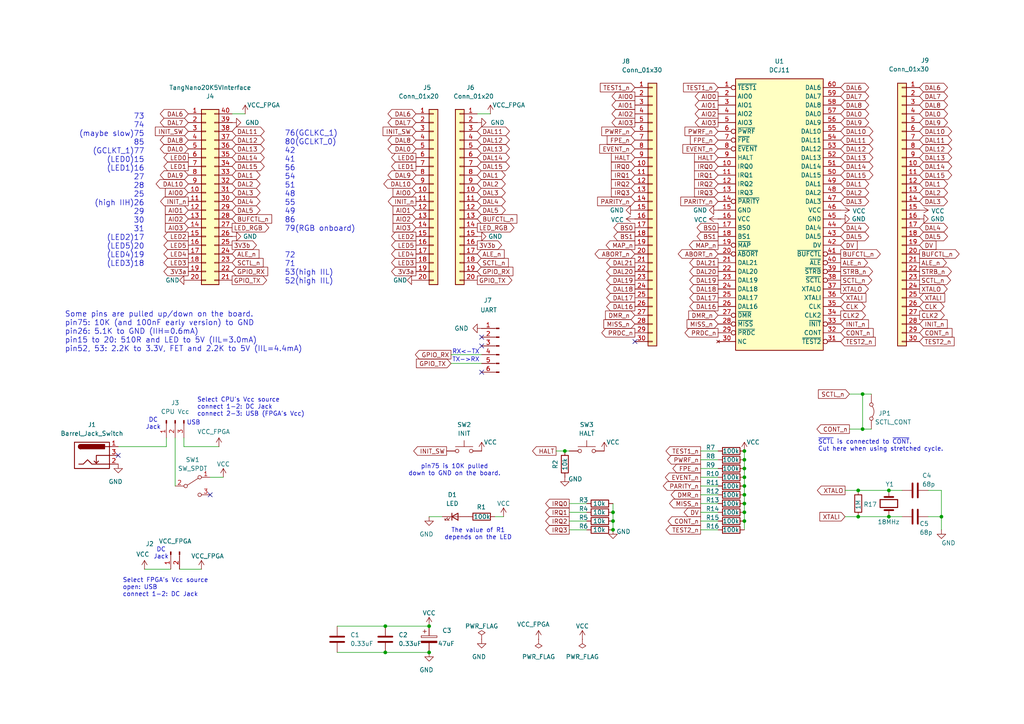
<source format=kicad_sch>
(kicad_sch (version 20231120) (generator "eeschema") (generator_version "8.0")
  (paper "A4")
  (title_block (title "Memory System and UART for DCJ11  using Tang Nano 20K") (date "2024-07-15") (rev "1.1a") (company "Ryo Mukai") (comment 1 "1.1 -> 1.1a: R2-R6 changed from 100k to 10k"))
  (lib_symbols
    (symbol "000_MyLibrary:Barrel_Jack_Switch" (pin_names hide)
      (property "Reference" "J" (at 0 5.334 0))
      (property "Value" "Barrel_Jack_Switch" (at 0 -5.08 0))
      (symbol "Barrel_Jack_Switch_1_1"
        (pin passive line (at 7.62 2.54 180) (length 2.54) (name "~") (number "1"))
        (pin passive line (at 7.62 -2.54 180) (length 2.54) (name "~") (number "2"))
        (pin passive line (at 7.62 0 180) (length 2.54) (name "~") (number "3"))
      )
    )
    (symbol "000_MyLibrary:C" (pin_numbers hide) (pin_names (offset 0.254))
      (property "Reference" "C" (at 0.635 2.54 0))
      (property "Value" "C" (at 0.635 -2.54 0))
      (symbol "C_1_1"
        (pin passive line (at 0 3.81 270) (length 2.794) (name "~") (number "1"))
        (pin passive line (at 0 -3.81 90) (length 2.794) (name "~") (number "2"))
      )
    )
    (symbol "000_MyLibrary:C_Polarized" (pin_numbers hide) (pin_names (offset 0.254))
      (property "Reference" "C" (at 0.635 2.54 0))
      (property "Value" "C_Polarized" (at 0.635 -2.54 0))
      (symbol "C_Polarized_1_1"
        (pin passive line (at 0 3.81 270) (length 2.794) (name "~") (number "1"))
        (pin passive line (at 0 -3.81 90) (length 2.794) (name "~") (number "2"))
      )
    )
    (symbol "000_MyLibrary:Conn_01x02_Male" (pin_names (offset 1.016) hide)
      (property "Reference" "J" (at 0 2.54 0))
      (property "Value" "Conn_01x02_Male" (at 0 -5.08 0))
      (symbol "Conn_01x02_Male_1_1"
        (pin passive line (at 5.08 0 180) (length 3.81) (name "Pin_1") (number "1"))
        (pin passive line (at 5.08 -2.54 180) (length 3.81) (name "Pin_2") (number "2"))
      )
    )
    (symbol "000_MyLibrary:Conn_01x03_Male" (pin_names (offset 1.016) hide)
      (property "Reference" "J" (at 0 5.08 0))
      (property "Value" "Conn_01x03_Male" (at 0 -5.08 0))
      (symbol "Conn_01x03_Male_1_1"
        (pin passive line (at 5.08 2.54 180) (length 3.81) (name "Pin_1") (number "1"))
        (pin passive line (at 5.08 0 180) (length 3.81) (name "Pin_2") (number "2"))
        (pin passive line (at 5.08 -2.54 180) (length 3.81) (name "Pin_3") (number "3"))
      )
    )
    (symbol "000_MyLibrary:Conn_01x06_Pin" (pin_names (offset 1.016) hide)
      (property "Reference" "J" (at 0 7.62 0))
      (property "Value" "Conn_01x06_Pin" (at 0 -10.16 0))
      (symbol "Conn_01x06_Pin_1_1"
        (pin passive line (at 5.08 5.08 180) (length 3.81) (name "Pin_1") (number "1"))
        (pin passive line (at 5.08 2.54 180) (length 3.81) (name "Pin_2") (number "2"))
        (pin passive line (at 5.08 0 180) (length 3.81) (name "Pin_3") (number "3"))
        (pin passive line (at 5.08 -2.54 180) (length 3.81) (name "Pin_4") (number "4"))
        (pin passive line (at 5.08 -5.08 180) (length 3.81) (name "Pin_5") (number "5"))
        (pin passive line (at 5.08 -7.62 180) (length 3.81) (name "Pin_6") (number "6"))
      )
    )
    (symbol "000_MyLibrary:Conn_01x20" (pin_names (offset 1.016) hide)
      (property "Reference" "J" (at 0 25.4 0))
      (property "Value" "Conn_01x20" (at 0 -27.94 0))
      (symbol "Conn_01x20_1_1"
        (pin passive line (at -5.08 22.86 0) (length 3.81) (name "Pin_1") (number "1"))
        (pin passive line (at -5.08 0 0) (length 3.81) (name "Pin_10") (number "10"))
        (pin passive line (at -5.08 -2.54 0) (length 3.81) (name "Pin_11") (number "11"))
        (pin passive line (at -5.08 -5.08 0) (length 3.81) (name "Pin_12") (number "12"))
        (pin passive line (at -5.08 -7.62 0) (length 3.81) (name "Pin_13") (number "13"))
        (pin passive line (at -5.08 -10.16 0) (length 3.81) (name "Pin_14") (number "14"))
        (pin passive line (at -5.08 -12.7 0) (length 3.81) (name "Pin_15") (number "15"))
        (pin passive line (at -5.08 -15.24 0) (length 3.81) (name "Pin_16") (number "16"))
        (pin passive line (at -5.08 -17.78 0) (length 3.81) (name "Pin_17") (number "17"))
        (pin passive line (at -5.08 -20.32 0) (length 3.81) (name "Pin_18") (number "18"))
        (pin passive line (at -5.08 -22.86 0) (length 3.81) (name "Pin_19") (number "19"))
        (pin passive line (at -5.08 20.32 0) (length 3.81) (name "Pin_2") (number "2"))
        (pin passive line (at -5.08 -25.4 0) (length 3.81) (name "Pin_20") (number "20"))
        (pin passive line (at -5.08 17.78 0) (length 3.81) (name "Pin_3") (number "3"))
        (pin passive line (at -5.08 15.24 0) (length 3.81) (name "Pin_4") (number "4"))
        (pin passive line (at -5.08 12.7 0) (length 3.81) (name "Pin_5") (number "5"))
        (pin passive line (at -5.08 10.16 0) (length 3.81) (name "Pin_6") (number "6"))
        (pin passive line (at -5.08 7.62 0) (length 3.81) (name "Pin_7") (number "7"))
        (pin passive line (at -5.08 5.08 0) (length 3.81) (name "Pin_8") (number "8"))
        (pin passive line (at -5.08 2.54 0) (length 3.81) (name "Pin_9") (number "9"))
      )
    )
    (symbol "000_MyLibrary:Conn_01x30" (pin_names (offset 1.016) hide)
      (property "Reference" "J" (at 0 38.1 0))
      (property "Value" "Conn_01x30" (at 0 -40.64 0))
      (symbol "Conn_01x30_1_1"
        (pin passive line (at -5.08 35.56 0) (length 3.81) (name "Pin_1") (number "1"))
        (pin passive line (at -5.08 12.7 0) (length 3.81) (name "Pin_10") (number "10"))
        (pin passive line (at -5.08 10.16 0) (length 3.81) (name "Pin_11") (number "11"))
        (pin passive line (at -5.08 7.62 0) (length 3.81) (name "Pin_12") (number "12"))
        (pin passive line (at -5.08 5.08 0) (length 3.81) (name "Pin_13") (number "13"))
        (pin passive line (at -5.08 2.54 0) (length 3.81) (name "Pin_14") (number "14"))
        (pin passive line (at -5.08 0 0) (length 3.81) (name "Pin_15") (number "15"))
        (pin passive line (at -5.08 -2.54 0) (length 3.81) (name "Pin_16") (number "16"))
        (pin passive line (at -5.08 -5.08 0) (length 3.81) (name "Pin_17") (number "17"))
        (pin passive line (at -5.08 -7.62 0) (length 3.81) (name "Pin_18") (number "18"))
        (pin passive line (at -5.08 -10.16 0) (length 3.81) (name "Pin_19") (number "19"))
        (pin passive line (at -5.08 33.02 0) (length 3.81) (name "Pin_2") (number "2"))
        (pin passive line (at -5.08 -12.7 0) (length 3.81) (name "Pin_20") (number "20"))
        (pin passive line (at -5.08 -15.24 0) (length 3.81) (name "Pin_21") (number "21"))
        (pin passive line (at -5.08 -17.78 0) (length 3.81) (name "Pin_22") (number "22"))
        (pin passive line (at -5.08 -20.32 0) (length 3.81) (name "Pin_23") (number "23"))
        (pin passive line (at -5.08 -22.86 0) (length 3.81) (name "Pin_24") (number "24"))
        (pin passive line (at -5.08 -25.4 0) (length 3.81) (name "Pin_25") (number "25"))
        (pin passive line (at -5.08 -27.94 0) (length 3.81) (name "Pin_26") (number "26"))
        (pin passive line (at -5.08 -30.48 0) (length 3.81) (name "Pin_27") (number "27"))
        (pin passive line (at -5.08 -33.02 0) (length 3.81) (name "Pin_28") (number "28"))
        (pin passive line (at -5.08 -35.56 0) (length 3.81) (name "Pin_29") (number "29"))
        (pin passive line (at -5.08 30.48 0) (length 3.81) (name "Pin_3") (number "3"))
        (pin passive line (at -5.08 -38.1 0) (length 3.81) (name "Pin_30") (number "30"))
        (pin passive line (at -5.08 27.94 0) (length 3.81) (name "Pin_4") (number "4"))
        (pin passive line (at -5.08 25.4 0) (length 3.81) (name "Pin_5") (number "5"))
        (pin passive line (at -5.08 22.86 0) (length 3.81) (name "Pin_6") (number "6"))
        (pin passive line (at -5.08 20.32 0) (length 3.81) (name "Pin_7") (number "7"))
        (pin passive line (at -5.08 17.78 0) (length 3.81) (name "Pin_8") (number "8"))
        (pin passive line (at -5.08 15.24 0) (length 3.81) (name "Pin_9") (number "9"))
      )
    )
    (symbol "000_MyLibrary:Conn_02x20_Counter_Clockwise" (pin_names (offset 1.016) hide)
      (property "Reference" "J" (at 1.27 25.4 0))
      (property "Value" "Conn_02x20_Counter_Clockwise" (at 1.27 -27.94 0))
      (symbol "Conn_02x20_Counter_Clockwise_1_1"
        (pin passive line (at -5.08 22.86 0) (length 3.81) (name "Pin_1") (number "1"))
        (pin passive line (at -5.08 0 0) (length 3.81) (name "Pin_10") (number "10"))
        (pin passive line (at -5.08 -2.54 0) (length 3.81) (name "Pin_11") (number "11"))
        (pin passive line (at -5.08 -5.08 0) (length 3.81) (name "Pin_12") (number "12"))
        (pin passive line (at -5.08 -7.62 0) (length 3.81) (name "Pin_13") (number "13"))
        (pin passive line (at -5.08 -10.16 0) (length 3.81) (name "Pin_14") (number "14"))
        (pin passive line (at -5.08 -12.7 0) (length 3.81) (name "Pin_15") (number "15"))
        (pin passive line (at -5.08 -15.24 0) (length 3.81) (name "Pin_16") (number "16"))
        (pin passive line (at -5.08 -17.78 0) (length 3.81) (name "Pin_17") (number "17"))
        (pin passive line (at -5.08 -20.32 0) (length 3.81) (name "Pin_18") (number "18"))
        (pin passive line (at -5.08 -22.86 0) (length 3.81) (name "Pin_19") (number "19"))
        (pin passive line (at -5.08 20.32 0) (length 3.81) (name "Pin_2") (number "2"))
        (pin passive line (at -5.08 -25.4 0) (length 3.81) (name "Pin_20") (number "20"))
        (pin passive line (at 7.62 -25.4 180) (length 3.81) (name "Pin_21") (number "21"))
        (pin passive line (at 7.62 -22.86 180) (length 3.81) (name "Pin_22") (number "22"))
        (pin passive line (at 7.62 -20.32 180) (length 3.81) (name "Pin_23") (number "23"))
        (pin passive line (at 7.62 -17.78 180) (length 3.81) (name "Pin_24") (number "24"))
        (pin passive line (at 7.62 -15.24 180) (length 3.81) (name "Pin_25") (number "25"))
        (pin passive line (at 7.62 -12.7 180) (length 3.81) (name "Pin_26") (number "26"))
        (pin passive line (at 7.62 -10.16 180) (length 3.81) (name "Pin_27") (number "27"))
        (pin passive line (at 7.62 -7.62 180) (length 3.81) (name "Pin_28") (number "28"))
        (pin passive line (at 7.62 -5.08 180) (length 3.81) (name "Pin_29") (number "29"))
        (pin passive line (at -5.08 17.78 0) (length 3.81) (name "Pin_3") (number "3"))
        (pin passive line (at 7.62 -2.54 180) (length 3.81) (name "Pin_30") (number "30"))
        (pin passive line (at 7.62 0 180) (length 3.81) (name "Pin_31") (number "31"))
        (pin passive line (at 7.62 2.54 180) (length 3.81) (name "Pin_32") (number "32"))
        (pin passive line (at 7.62 5.08 180) (length 3.81) (name "Pin_33") (number "33"))
        (pin passive line (at 7.62 7.62 180) (length 3.81) (name "Pin_34") (number "34"))
        (pin passive line (at 7.62 10.16 180) (length 3.81) (name "Pin_35") (number "35"))
        (pin passive line (at 7.62 12.7 180) (length 3.81) (name "Pin_36") (number "36"))
        (pin passive line (at 7.62 15.24 180) (length 3.81) (name "Pin_37") (number "37"))
        (pin passive line (at 7.62 17.78 180) (length 3.81) (name "Pin_38") (number "38"))
        (pin passive line (at 7.62 20.32 180) (length 3.81) (name "Pin_39") (number "39"))
        (pin passive line (at -5.08 15.24 0) (length 3.81) (name "Pin_4") (number "4"))
        (pin passive line (at 7.62 22.86 180) (length 3.81) (name "Pin_40") (number "40"))
        (pin passive line (at -5.08 12.7 0) (length 3.81) (name "Pin_5") (number "5"))
        (pin passive line (at -5.08 10.16 0) (length 3.81) (name "Pin_6") (number "6"))
        (pin passive line (at -5.08 7.62 0) (length 3.81) (name "Pin_7") (number "7"))
        (pin passive line (at -5.08 5.08 0) (length 3.81) (name "Pin_8") (number "8"))
        (pin passive line (at -5.08 2.54 0) (length 3.81) (name "Pin_9") (number "9"))
      )
    )
    (symbol "000_MyLibrary:Crystal" (pin_numbers hide) (pin_names (offset 1.016) hide)
      (property "Reference" "Y" (at 0 3.81 0))
      (property "Value" "Crystal" (at 0 -3.81 0))
      (symbol "Crystal_1_1"
        (pin passive line (at -3.81 0 0) (length 1.27) (name "1") (number "1"))
        (pin passive line (at 3.81 0 180) (length 1.27) (name "2") (number "2"))
      )
    )
    (symbol "000_MyLibrary:DCJ11"
      (property "Reference" "U" (at -3.302 42.672 0))
      (property "Value" "DCJ11" (at -0.762 40.64 0))
      (symbol "DCJ11_1_1"
        (pin input inverted (at -17.78 35.56 0) (length 5.08) (name "~{TEST1}") (number "1"))
        (pin input line (at -17.78 12.7 0) (length 5.08) (name "IRQ0") (number "10"))
        (pin input line (at -17.78 10.16 0) (length 5.08) (name "IRQ1") (number "11"))
        (pin input line (at -17.78 7.62 0) (length 5.08) (name "IRQ2") (number "12"))
        (pin input line (at -17.78 5.08 0) (length 5.08) (name "IRQ3") (number "13"))
        (pin input inverted (at -17.78 2.54 0) (length 5.08) (name "~{PARITY}") (number "14"))
        (pin power_in line (at -17.78 0 0) (length 5.08) (name "GND") (number "15"))
        (pin power_in line (at -17.78 -2.54 0) (length 5.08) (name "VCC") (number "16"))
        (pin output line (at -17.78 -5.08 0) (length 5.08) (name "BS0") (number "17"))
        (pin output line (at -17.78 -7.62 0) (length 5.08) (name "BS1") (number "18"))
        (pin output inverted (at -17.78 -10.16 0) (length 5.08) (name "~{MAP}") (number "19"))
        (pin bidirectional line (at -17.78 33.02 0) (length 5.08) (name "AIO0") (number "2"))
        (pin bidirectional inverted (at -17.78 -12.7 0) (length 5.08) (name "~{ABORT}") (number "20"))
        (pin output line (at -17.78 -15.24 0) (length 5.08) (name "DAL21") (number "21"))
        (pin output line (at -17.78 -17.78 0) (length 5.08) (name "DAL20") (number "22"))
        (pin output line (at -17.78 -20.32 0) (length 5.08) (name "DAL19") (number "23"))
        (pin output line (at -17.78 -22.86 0) (length 5.08) (name "DAL18") (number "24"))
        (pin output line (at -17.78 -25.4 0) (length 5.08) (name "DAL17") (number "25"))
        (pin output line (at -17.78 -27.94 0) (length 5.08) (name "DAL16") (number "26"))
        (pin input inverted (at -17.78 -30.48 0) (length 5.08) (name "~{DMR}") (number "27"))
        (pin input inverted (at -17.78 -33.02 0) (length 5.08) (name "~{MISS}") (number "28"))
        (pin output inverted (at -17.78 -35.56 0) (length 5.08) (name "~{PRDC}") (number "29"))
        (pin bidirectional line (at -17.78 30.48 0) (length 5.08) (name "AIO1") (number "3"))
        (pin no_connect line (at -17.78 -38.1 0) (length 5.08) (name "NC") (number "30"))
        (pin input inverted (at 17.78 -38.1 180) (length 5.08) (name "~{TEST2}") (number "31"))
        (pin input line (at 17.78 -35.56 180) (length 5.08) (name "CONT") (number "32"))
        (pin input inverted (at 17.78 -33.02 180) (length 5.08) (name "~{INIT}") (number "33"))
        (pin output line (at 17.78 -30.48 180) (length 5.08) (name "CLK2") (number "34"))
        (pin output line (at 17.78 -27.94 180) (length 5.08) (name "CLK") (number "35"))
        (pin input line (at 17.78 -25.4 180) (length 5.08) (name "XTALI") (number "36"))
        (pin output line (at 17.78 -22.86 180) (length 5.08) (name "XTALO") (number "37"))
        (pin output inverted (at 17.78 -20.32 180) (length 5.08) (name "~{SCTL}") (number "38"))
        (pin output inverted (at 17.78 -17.78 180) (length 5.08) (name "~{STRB}") (number "39"))
        (pin bidirectional line (at -17.78 27.94 0) (length 5.08) (name "AIO2") (number "4"))
        (pin output inverted (at 17.78 -15.24 180) (length 5.08) (name "~{ALE}") (number "40"))
        (pin output inverted (at 17.78 -12.7 180) (length 5.08) (name "~{BUFCTL}") (number "41"))
        (pin input line (at 17.78 -10.16 180) (length 5.08) (name "DV") (number "42"))
        (pin bidirectional line (at 17.78 -7.62 180) (length 5.08) (name "DAL5") (number "43"))
        (pin bidirectional line (at 17.78 -5.08 180) (length 5.08) (name "DAL4") (number "44"))
        (pin power_in line (at 17.78 -2.54 180) (length 5.08) (name "GND") (number "45"))
        (pin power_in line (at 17.78 0 180) (length 5.08) (name "VCC") (number "46"))
        (pin bidirectional line (at 17.78 2.54 180) (length 5.08) (name "DAL3") (number "47"))
        (pin bidirectional line (at 17.78 5.08 180) (length 5.08) (name "DAL2") (number "48"))
        (pin bidirectional line (at 17.78 7.62 180) (length 5.08) (name "DAL1") (number "49"))
        (pin bidirectional line (at -17.78 25.4 0) (length 5.08) (name "AIO3") (number "5"))
        (pin bidirectional line (at 17.78 10.16 180) (length 5.08) (name "DAL15") (number "50"))
        (pin bidirectional line (at 17.78 12.7 180) (length 5.08) (name "DAL14") (number "51"))
        (pin bidirectional line (at 17.78 15.24 180) (length 5.08) (name "DAL13") (number "52"))
        (pin bidirectional line (at 17.78 17.78 180) (length 5.08) (name "DAL12") (number "53"))
        (pin bidirectional line (at 17.78 20.32 180) (length 5.08) (name "DAL11") (number "54"))
        (pin bidirectional line (at 17.78 22.86 180) (length 5.08) (name "DAL10") (number "55"))
        (pin bidirectional line (at 17.78 25.4 180) (length 5.08) (name "DAL9") (number "56"))
        (pin bidirectional line (at 17.78 27.94 180) (length 5.08) (name "DAL0") (number "57"))
        (pin bidirectional line (at 17.78 30.48 180) (length 5.08) (name "DAL8") (number "58"))
        (pin bidirectional line (at 17.78 33.02 180) (length 5.08) (name "DAL7") (number "59"))
        (pin input inverted (at -17.78 22.86 0) (length 5.08) (name "~{PWRF}") (number "6"))
        (pin bidirectional line (at 17.78 35.56 180) (length 5.08) (name "DAL6") (number "60"))
        (pin input inverted (at -17.78 20.32 0) (length 5.08) (name "~{FPE}") (number "7"))
        (pin input inverted (at -17.78 17.78 0) (length 5.08) (name "~{EVENT}") (number "8"))
        (pin input line (at -17.78 15.24 0) (length 5.08) (name "HALT") (number "9"))
      )
    )
    (symbol "000_MyLibrary:Jumper_2_Bridged" (pin_numbers hide) (pin_names (offset 0) hide) (exclude_from_sim yes)
      (property "Reference" "JP" (at 0 1.905 0))
      (property "Value" "Jumper_2_Bridged" (at 0 -2.54 0))
      (symbol "Jumper_2_Bridged_1_1"
        (pin passive line (at -5.08 0 0) (length 2.54) (name "A") (number "1"))
        (pin passive line (at 5.08 0 180) (length 2.54) (name "B") (number "2"))
      )
    )
    (symbol "000_MyLibrary:LED" (pin_numbers hide) (pin_names (offset 1.016) hide)
      (property "Reference" "D" (at 0.254 2.54 0))
      (property "Value" "LED" (at 0.254 -2.54 0))
      (symbol "LED_1_1"
        (pin passive line (at -3.81 0 0) (length 2.54) (name "K") (number "1"))
        (pin passive line (at 3.81 0 180) (length 2.54) (name "A") (number "2"))
      )
    )
    (symbol "000_MyLibrary:R" (pin_numbers hide) (pin_names (offset 0))
      (property "Reference" "R" (at 2.032 0 90))
      (property "Value" "R" (at 0 0 90))
      (symbol "R_1_1"
        (pin passive line (at 0 3.81 270) (length 1.27) (name "~") (number "1"))
        (pin passive line (at 0 -3.81 90) (length 1.27) (name "~") (number "2"))
      )
    )
    (symbol "000_MyLibrary:SW_Push" (pin_numbers hide) (pin_names (offset 1.016) hide)
      (property "Reference" "SW" (at 1.27 2.54 0))
      (property "Value" "SW_Push" (at 0 -1.524 0))
      (symbol "SW_Push_0_1"
        (pin passive line (at -5.08 0 0) (length 2.54) (name "1") (number "1"))
        (pin passive line (at 5.08 0 180) (length 2.54) (name "2") (number "2"))
      )
    )
    (symbol "000_MyLibrary:SW_SPDT" (pin_names (offset 0) hide)
      (property "Reference" "SW" (at 0 4.318 0))
      (property "Value" "SW_SPDT" (at 0 -5.08 0))
      (symbol "SW_SPDT_1_1"
        (pin passive line (at 5.08 2.54 180) (length 2.54) (name "A") (number "1"))
        (pin passive line (at -5.08 0 0) (length 2.54) (name "B") (number "2"))
        (pin passive line (at 5.08 -2.54 180) (length 2.54) (name "C") (number "3"))
      )
    )
    (symbol "power:GND" (power) (pin_numbers hide) (pin_names (offset 0) hide)
      (property "Value" "GND" (at 0 -3.81 0))
      (symbol "GND_1_1"
        (pin power_in line (at 0 0 270) (length 0) (name "~") (number "1"))
      )
    )
    (symbol "power:PWR_FLAG" (power) (pin_numbers hide) (pin_names (offset 0) hide)
      (property "Value" "PWR_FLAG" (at 0 3.81 0))
      (symbol "PWR_FLAG_0_0"
        (pin power_out line (at 0 0 90) (length 0) (name "~") (number "1"))
      )
    )
    (symbol "power:VCC" (power) (pin_numbers hide) (pin_names (offset 0) hide)
      (property "Value" "VCC" (at 0 3.556 0))
      (symbol "VCC_1_1"
        (pin power_in line (at 0 0 90) (length 0) (name "~") (number "1"))
      )
    )
  )
  (junction (at 250.19 114.3))
  (junction (at 215.9 138.43))
  (junction (at 248.92 149.86))
  (junction (at 215.9 143.51))
  (junction (at 215.9 146.05))
  (junction (at 177.8 151.13))
  (junction (at 124.46 181.61))
  (junction (at 111.76 189.23))
  (junction (at 177.8 148.59))
  (junction (at 250.19 124.46))
  (junction (at 257.81 142.24))
  (junction (at 248.92 142.24))
  (junction (at 177.8 153.67))
  (junction (at 215.9 151.13))
  (junction (at 124.46 189.23))
  (junction (at 273.05 149.86))
  (junction (at 215.9 140.97))
  (junction (at 257.81 149.86))
  (junction (at 215.9 148.59))
  (junction (at 215.9 133.35))
  (junction (at 111.76 181.61))
  (junction (at 163.83 130.81))
  (junction (at 215.9 130.81))
  (junction (at 215.9 135.89))
  (no_connect (at 184.15 99.06))
  (no_connect (at 139.7 97.79))
  (no_connect (at 139.7 107.95))
  (no_connect (at 139.7 100.33))
  (no_connect (at 60.96 143.51))
  (no_connect (at 34.29 132.08))
  (wire (pts (xy 48.26 127) (xy 48.26 129.54)))
  (wire (pts (xy 261.62 149.86) (xy 257.81 149.86)))
  (wire (pts (xy 273.05 142.24) (xy 273.05 149.86)))
  (wire (pts (xy 208.28 133.35) (xy 203.2 133.35)))
  (wire (pts (xy 252.73 114.3) (xy 250.19 114.3)))
  (wire (pts (xy 50.8 127) (xy 50.8 140.97)))
  (wire (pts (xy 208.28 143.51) (xy 203.2 143.51)))
  (wire (pts (xy 34.29 129.54) (xy 48.26 129.54)))
  (wire (pts (xy 97.79 189.23) (xy 111.76 189.23)))
  (wire (pts (xy 250.19 114.3) (xy 246.38 114.3)))
  (wire (pts (xy 163.83 130.81) (xy 165.1 130.81)))
  (wire (pts (xy 177.8 148.59) (xy 177.8 151.13)))
  (wire (pts (xy 215.9 140.97) (xy 215.9 143.51)))
  (wire (pts (xy 252.73 124.46) (xy 250.19 124.46)))
  (wire (pts (xy 248.92 149.86) (xy 257.81 149.86)))
  (wire (pts (xy 245.11 149.86) (xy 248.92 149.86)))
  (wire (pts (xy 53.34 129.54) (xy 53.34 127)))
  (wire (pts (xy 170.18 151.13) (xy 165.1 151.13)))
  (wire (pts (xy 161.29 130.81) (xy 163.83 130.81)))
  (wire (pts (xy 215.9 138.43) (xy 215.9 140.97)))
  (wire (pts (xy 215.9 130.81) (xy 215.9 133.35)))
  (wire (pts (xy 170.18 146.05) (xy 165.1 146.05)))
  (wire (pts (xy 269.24 142.24) (xy 273.05 142.24)))
  (wire (pts (xy 215.9 135.89) (xy 215.9 138.43)))
  (wire (pts (xy 143.51 149.86) (xy 146.05 149.86)))
  (wire (pts (xy 170.18 153.67) (xy 165.1 153.67)))
  (wire (pts (xy 245.11 142.24) (xy 248.92 142.24)))
  (wire (pts (xy 170.18 148.59) (xy 165.1 148.59)))
  (wire (pts (xy 111.76 189.23) (xy 124.46 189.23)))
  (wire (pts (xy 215.9 133.35) (xy 215.9 135.89)))
  (wire (pts (xy 177.8 151.13) (xy 177.8 153.67)))
  (wire (pts (xy 208.28 138.43) (xy 203.2 138.43)))
  (wire (pts (xy 124.46 149.86) (xy 128.27 149.86)))
  (wire (pts (xy 71.12 33.02) (xy 67.31 33.02)))
  (wire (pts (xy 215.9 143.51) (xy 215.9 146.05)))
  (wire (pts (xy 97.79 181.61) (xy 111.76 181.61)))
  (wire (pts (xy 250.19 124.46) (xy 246.38 124.46)))
  (wire (pts (xy 52.07 165.1) (xy 58.42 165.1)))
  (wire (pts (xy 215.9 148.59) (xy 215.9 151.13)))
  (wire (pts (xy 63.5 129.54) (xy 53.34 129.54)))
  (wire (pts (xy 261.62 142.24) (xy 257.81 142.24)))
  (wire (pts (xy 208.28 146.05) (xy 203.2 146.05)))
  (wire (pts (xy 215.9 151.13) (xy 215.9 153.67)))
  (wire (pts (xy 208.28 151.13) (xy 203.2 151.13)))
  (wire (pts (xy 250.19 114.3) (xy 250.19 124.46)))
  (wire (pts (xy 208.28 148.59) (xy 203.2 148.59)))
  (wire (pts (xy 41.91 165.1) (xy 49.53 165.1)))
  (wire (pts (xy 142.24 33.02) (xy 138.43 33.02)))
  (wire (pts (xy 130.81 102.87) (xy 139.7 102.87)))
  (wire (pts (xy 60.96 138.43) (xy 64.77 138.43)))
  (wire (pts (xy 208.28 135.89) (xy 203.2 135.89)))
  (wire (pts (xy 208.28 153.67) (xy 203.2 153.67)))
  (wire (pts (xy 273.05 149.86) (xy 273.05 153.67)))
  (wire (pts (xy 177.8 146.05) (xy 177.8 148.59)))
  (wire (pts (xy 269.24 149.86) (xy 273.05 149.86)))
  (wire (pts (xy 111.76 181.61) (xy 124.46 181.61)))
  (wire (pts (xy 248.92 142.24) (xy 257.81 142.24)))
  (wire (pts (xy 215.9 146.05) (xy 215.9 148.59)))
  (wire (pts (xy 130.81 105.41) (xy 139.7 105.41)))
  (wire (pts (xy 208.28 140.97) (xy 203.2 140.97)))
  (wire (pts (xy 208.28 130.81) (xy 203.2 130.81)))
  (text "RX<-TX" (at 135.128 102.108 0) (effects (font (size 1.27 1.27))))
  (text "USB" (at 56.134 122.682 0) (effects (font (size 1.27 1.27))))
  (text "72\n71\n53(high IIL)\n52(high IIL)" (at 82.55 82.55 0) (effects (font (size 1.56 1.56)) (justify left bottom)))
  (text "73\n74\n(maybe slow)75\n85\n(GCLKT_1)77\n(LED0)15\n(LED1)16\n27\n28\n25\n(high IIH)26\n29\n30\n31\n(LED2)17\n(LED5)20\n(LED4)19\n(LED3)18" (at 41.91 77.47 0) (effects (font (size 1.56 1.56)) (justify right bottom)))
  (text "76(GCLKC_1)\n80(GCLKT_0)\n42\n41\n56\n54\n51\n48\n55\n49\n86\n79(RGB onboard)" (at 82.55 67.31 0) (effects (font (size 1.56 1.56)) (justify left bottom)))
  (text "Some pins are pulled up/down on the board.\npin75: 10K (and 100nF early version) to GND\npin26: 5.1K to GND (IIH=0.6mA)\npin15 to 20: 510R and LED to 5V (IIL=3.0mA)\npin52, 53: 2.2K to 3.3V, FET and 2.2K to 5V (IIL=4.4mA)\n" (at 18.796 96.266 0) (effects (font (size 1.56 1.56)) (justify left)))
  (text "DC\nJack" (at 46.736 160.528 0) (effects (font (size 1.27 1.27))))
  (text "Select FPGA's Vcc source\nopen: USB\nconnect 1-2: DC Jack" (at 35.56 170.434 0) (effects (font (size 1.27 1.27)) (justify left)))
  (text "Select CPU's Vcc source\nconnect 1-2: DC Jack\nconnect 2-3: USB (FPGA's Vcc)" (at 57.15 118.11 0) (effects (font (size 1.27 1.27)) (justify left)))
  (text "DC\nJack" (at 44.45 122.936 0) (effects (font (size 1.27 1.27))))
  (text "The value of R1\ndepends on the LED" (at 138.684 154.94 0) (effects (font (size 1.27 1.27))))
  (text "TX->RX" (at 135.128 104.394 0) (effects (font (size 1.27 1.27))))
  (text "~{SCTL} is connected to ~{CONT}.\nCut here when using stretched cycle." (at 237.236 129.286 0) (effects (font (size 1.27 1.27)) (justify left)))
  (text "pin75 is 10K pulled\ndown to GND on the board." (at 131.826 136.398 0) (effects (font (size 1.27 1.27))))
  (global_label "HALT" (shape input) (at 184.15 45.72 180) (property "Intersheetrefs" "${INTERSHEET_REFS}" (effects (hide yes))))
  (global_label "DAL7" (shape tri_state) (at 266.7 27.94 0) (property "Intersheetrefs" "${INTERSHEET_REFS}" (effects (hide yes))))
  (global_label "LED_RGB" (shape output) (at 138.43 66.04 0) (property "Intersheetrefs" "${INTERSHEET_REFS}" (effects (hide yes))))
  (global_label "SCTL_n" (shape input) (at 246.38 114.3 180) (property "Intersheetrefs" "${INTERSHEET_REFS}" (effects (hide yes))))
  (global_label "DAL14" (shape tri_state) (at 138.43 45.72 0) (property "Intersheetrefs" "${INTERSHEET_REFS}" (effects (hide yes))))
  (global_label "DAL4" (shape tri_state) (at 266.7 66.04 0) (property "Intersheetrefs" "${INTERSHEET_REFS}" (effects (hide yes))))
  (global_label "AIO1" (shape output) (at 184.15 30.48 180) (property "Intersheetrefs" "${INTERSHEET_REFS}" (effects (hide yes))))
  (global_label "BS0" (shape output) (at 208.28 66.04 180) (property "Intersheetrefs" "${INTERSHEET_REFS}" (effects (hide yes))))
  (global_label "DAL17" (shape output) (at 208.28 86.36 180) (property "Intersheetrefs" "${INTERSHEET_REFS}" (effects (hide yes))))
  (global_label "DAL9" (shape tri_state) (at 266.7 35.56 0) (property "Intersheetrefs" "${INTERSHEET_REFS}" (effects (hide yes))))
  (global_label "ALE_n" (shape output) (at 266.7 76.2 0) (property "Intersheetrefs" "${INTERSHEET_REFS}" (effects (hide yes))))
  (global_label "LED0" (shape output) (at 54.61 45.72 180) (property "Intersheetrefs" "${INTERSHEET_REFS}" (effects (hide yes))))
  (global_label "DAL17" (shape output) (at 184.15 86.36 180) (property "Intersheetrefs" "${INTERSHEET_REFS}" (effects (hide yes))))
  (global_label "DAL4" (shape tri_state) (at 67.31 58.42 0) (property "Intersheetrefs" "${INTERSHEET_REFS}" (effects (hide yes))))
  (global_label "DAL9" (shape tri_state) (at 243.84 35.56 0) (property "Intersheetrefs" "${INTERSHEET_REFS}" (effects (hide yes))))
  (global_label "IRQ2" (shape output) (at 165.1 151.13 180) (property "Intersheetrefs" "${INTERSHEET_REFS}" (effects (hide yes))))
  (global_label "DAL6" (shape tri_state) (at 54.61 33.02 180) (property "Intersheetrefs" "${INTERSHEET_REFS}" (effects (hide yes))))
  (global_label "IRQ3" (shape input) (at 184.15 55.88 180) (property "Intersheetrefs" "${INTERSHEET_REFS}" (effects (hide yes))))
  (global_label "DAL15" (shape tri_state) (at 67.31 48.26 0) (property "Intersheetrefs" "${INTERSHEET_REFS}" (effects (hide yes))))
  (global_label "AIO3" (shape input) (at 54.61 66.04 180) (property "Intersheetrefs" "${INTERSHEET_REFS}" (effects (hide yes))))
  (global_label "DAL13" (shape tri_state) (at 266.7 45.72 0) (property "Intersheetrefs" "${INTERSHEET_REFS}" (effects (hide yes))))
  (global_label "IRQ0" (shape input) (at 184.15 48.26 180) (property "Intersheetrefs" "${INTERSHEET_REFS}" (effects (hide yes))))
  (global_label "IRQ3" (shape output) (at 165.1 153.67 180) (property "Intersheetrefs" "${INTERSHEET_REFS}" (effects (hide yes))))
  (global_label "DAL5" (shape tri_state) (at 138.43 60.96 0) (property "Intersheetrefs" "${INTERSHEET_REFS}" (effects (hide yes))))
  (global_label "MISS_n" (shape input) (at 184.15 93.98 180) (property "Intersheetrefs" "${INTERSHEET_REFS}" (effects (hide yes))))
  (global_label "ABORT_n" (shape bidirectional) (at 184.15 73.66 180) (property "Intersheetrefs" "${INTERSHEET_REFS}" (effects (hide yes))))
  (global_label "AIO2" (shape input) (at 54.61 63.5 180) (property "Intersheetrefs" "${INTERSHEET_REFS}" (effects (hide yes))))
  (global_label "IRQ0" (shape output) (at 165.1 146.05 180) (property "Intersheetrefs" "${INTERSHEET_REFS}" (effects (hide yes))))
  (global_label "DAL15" (shape tri_state) (at 138.43 48.26 0) (property "Intersheetrefs" "${INTERSHEET_REFS}" (effects (hide yes))))
  (global_label "SCTL_n" (shape input) (at 67.31 76.2 0) (property "Intersheetrefs" "${INTERSHEET_REFS}" (effects (hide yes))))
  (global_label "DAL13" (shape tri_state) (at 67.31 43.18 0) (property "Intersheetrefs" "${INTERSHEET_REFS}" (effects (hide yes))))
  (global_label "STRB_n" (shape output) (at 243.84 78.74 0) (property "Intersheetrefs" "${INTERSHEET_REFS}" (effects (hide yes))))
  (global_label "AIO0" (shape input) (at 54.61 55.88 180) (property "Intersheetrefs" "${INTERSHEET_REFS}" (effects (hide yes))))
  (global_label "DAL2" (shape tri_state) (at 243.84 55.88 0) (property "Intersheetrefs" "${INTERSHEET_REFS}" (effects (hide yes))))
  (global_label "PWRF_n" (shape output) (at 203.2 133.35 180) (property "Intersheetrefs" "${INTERSHEET_REFS}" (effects (hide yes))))
  (global_label "CONT_n" (shape input) (at 243.84 96.52 0) (property "Intersheetrefs" "${INTERSHEET_REFS}" (effects (hide yes))))
  (global_label "SCTL_n" (shape output) (at 243.84 81.28 0) (property "Intersheetrefs" "${INTERSHEET_REFS}" (effects (hide yes))))
  (global_label "ALE_n" (shape input) (at 138.43 73.66 0) (property "Intersheetrefs" "${INTERSHEET_REFS}" (effects (hide yes))))
  (global_label "HALT" (shape input) (at 208.28 45.72 180) (property "Intersheetrefs" "${INTERSHEET_REFS}" (effects (hide yes))))
  (global_label "DAL11" (shape tri_state) (at 266.7 40.64 0) (property "Intersheetrefs" "${INTERSHEET_REFS}" (effects (hide yes))))
  (global_label "3V3a" (shape output) (at 120.65 78.74 180) (property "Intersheetrefs" "${INTERSHEET_REFS}" (effects (hide yes))))
  (global_label "CLK2" (shape output) (at 266.7 91.44 0) (property "Intersheetrefs" "${INTERSHEET_REFS}" (effects (hide yes))))
  (global_label "BS0" (shape output) (at 184.15 66.04 180) (property "Intersheetrefs" "${INTERSHEET_REFS}" (effects (hide yes))))
  (global_label "DAL1" (shape tri_state) (at 138.43 50.8 0) (property "Intersheetrefs" "${INTERSHEET_REFS}" (effects (hide yes))))
  (global_label "DAL5" (shape tri_state) (at 243.84 68.58 0) (property "Intersheetrefs" "${INTERSHEET_REFS}" (effects (hide yes))))
  (global_label "DAL0" (shape tri_state) (at 120.65 43.18 180) (property "Intersheetrefs" "${INTERSHEET_REFS}" (effects (hide yes))))
  (global_label "DAL14" (shape tri_state) (at 243.84 48.26 0) (property "Intersheetrefs" "${INTERSHEET_REFS}" (effects (hide yes))))
  (global_label "PWRF_n" (shape input) (at 208.28 38.1 180) (property "Intersheetrefs" "${INTERSHEET_REFS}" (effects (hide yes))))
  (global_label "DAL18" (shape output) (at 208.28 83.82 180) (property "Intersheetrefs" "${INTERSHEET_REFS}" (effects (hide yes))))
  (global_label "TEST2_n" (shape output) (at 203.2 153.67 180) (property "Intersheetrefs" "${INTERSHEET_REFS}" (effects (hide yes))))
  (global_label "DAL8" (shape tri_state) (at 54.61 40.64 180) (property "Intersheetrefs" "${INTERSHEET_REFS}" (effects (hide yes))))
  (global_label "DAL4" (shape tri_state) (at 243.84 66.04 0) (property "Intersheetrefs" "${INTERSHEET_REFS}" (effects (hide yes))))
  (global_label "LED1" (shape output) (at 54.61 48.26 180) (property "Intersheetrefs" "${INTERSHEET_REFS}" (effects (hide yes))))
  (global_label "DAL21" (shape output) (at 184.15 76.2 180) (property "Intersheetrefs" "${INTERSHEET_REFS}" (effects (hide yes))))
  (global_label "EVENT_n" (shape input) (at 208.28 43.18 180) (property "Intersheetrefs" "${INTERSHEET_REFS}" (effects (hide yes))))
  (global_label "AIO1" (shape output) (at 208.28 30.48 180) (property "Intersheetrefs" "${INTERSHEET_REFS}" (effects (hide yes))))
  (global_label "LED2" (shape output) (at 120.65 68.58 180) (property "Intersheetrefs" "${INTERSHEET_REFS}" (effects (hide yes))))
  (global_label "DAL15" (shape tri_state) (at 243.84 50.8 0) (property "Intersheetrefs" "${INTERSHEET_REFS}" (effects (hide yes))))
  (global_label "GPIO_RX" (shape output) (at 130.81 102.87 180) (property "Intersheetrefs" "${INTERSHEET_REFS}" (effects (hide yes))))
  (global_label "DAL5" (shape tri_state) (at 266.7 68.58 0) (property "Intersheetrefs" "${INTERSHEET_REFS}" (effects (hide yes))))
  (global_label "XTALO" (shape output) (at 243.84 83.82 0) (property "Intersheetrefs" "${INTERSHEET_REFS}" (effects (hide yes))))
  (global_label "DAL10" (shape tri_state) (at 120.65 53.34 180) (property "Intersheetrefs" "${INTERSHEET_REFS}" (effects (hide yes))))
  (global_label "DAL7" (shape tri_state) (at 54.61 35.56 180) (property "Intersheetrefs" "${INTERSHEET_REFS}" (effects (hide yes))))
  (global_label "TEST2_n" (shape input) (at 243.84 99.06 0) (property "Intersheetrefs" "${INTERSHEET_REFS}" (effects (hide yes))))
  (global_label "PARITY_n" (shape output) (at 203.2 140.97 180) (property "Intersheetrefs" "${INTERSHEET_REFS}" (effects (hide yes))))
  (global_label "DAL15" (shape tri_state) (at 266.7 50.8 0) (property "Intersheetrefs" "${INTERSHEET_REFS}" (effects (hide yes))))
  (global_label "DAL7" (shape tri_state) (at 243.84 27.94 0) (property "Intersheetrefs" "${INTERSHEET_REFS}" (effects (hide yes))))
  (global_label "XTALI" (shape input) (at 266.7 86.36 0) (property "Intersheetrefs" "${INTERSHEET_REFS}" (effects (hide yes))))
  (global_label "TEST1_n" (shape input) (at 208.28 25.4 180) (property "Intersheetrefs" "${INTERSHEET_REFS}" (effects (hide yes))))
  (global_label "PARITY_n" (shape input) (at 184.15 58.42 180) (property "Intersheetrefs" "${INTERSHEET_REFS}" (effects (hide yes))))
  (global_label "DAL5" (shape tri_state) (at 67.31 60.96 0) (property "Intersheetrefs" "${INTERSHEET_REFS}" (effects (hide yes))))
  (global_label "TEST2_n" (shape input) (at 266.7 99.06 0) (property "Intersheetrefs" "${INTERSHEET_REFS}" (effects (hide yes))))
  (global_label "DAL14" (shape tri_state) (at 266.7 48.26 0) (property "Intersheetrefs" "${INTERSHEET_REFS}" (effects (hide yes))))
  (global_label "DAL11" (shape tri_state) (at 67.31 38.1 0) (property "Intersheetrefs" "${INTERSHEET_REFS}" (effects (hide yes))))
  (global_label "CONT_n" (shape input) (at 266.7 96.52 0) (property "Intersheetrefs" "${INTERSHEET_REFS}" (effects (hide yes))))
  (global_label "FPE_n" (shape input) (at 208.28 40.64 180) (property "Intersheetrefs" "${INTERSHEET_REFS}" (effects (hide yes))))
  (global_label "DAL10" (shape tri_state) (at 266.7 38.1 0) (property "Intersheetrefs" "${INTERSHEET_REFS}" (effects (hide yes))))
  (global_label "INIT_n" (shape input) (at 243.84 93.98 0) (property "Intersheetrefs" "${INTERSHEET_REFS}" (effects (hide yes))))
  (global_label "GPIO_TX" (shape output) (at 67.31 81.28 0) (property "Intersheetrefs" "${INTERSHEET_REFS}" (effects (hide yes))))
  (global_label "BUFCTL_n" (shape input) (at 138.43 63.5 0) (property "Intersheetrefs" "${INTERSHEET_REFS}" (effects (hide yes))))
  (global_label "LED2" (shape output) (at 54.61 68.58 180) (property "Intersheetrefs" "${INTERSHEET_REFS}" (effects (hide yes))))
  (global_label "LED5" (shape output) (at 54.61 71.12 180) (property "Intersheetrefs" "${INTERSHEET_REFS}" (effects (hide yes))))
  (global_label "DAL16" (shape output) (at 208.28 88.9 180) (property "Intersheetrefs" "${INTERSHEET_REFS}" (effects (hide yes))))
  (global_label "DAL8" (shape tri_state) (at 243.84 30.48 0) (property "Intersheetrefs" "${INTERSHEET_REFS}" (effects (hide yes))))
  (global_label "SCTL_n" (shape output) (at 266.7 81.28 0) (property "Intersheetrefs" "${INTERSHEET_REFS}" (effects (hide yes))))
  (global_label "XTALO" (shape output) (at 245.11 142.24 180) (property "Intersheetrefs" "${INTERSHEET_REFS}" (effects (hide yes))))
  (global_label "DAL13" (shape tri_state) (at 243.84 45.72 0) (property "Intersheetrefs" "${INTERSHEET_REFS}" (effects (hide yes))))
  (global_label "LED5" (shape output) (at 120.65 71.12 180) (property "Intersheetrefs" "${INTERSHEET_REFS}" (effects (hide yes))))
  (global_label "DAL4" (shape tri_state) (at 138.43 58.42 0) (property "Intersheetrefs" "${INTERSHEET_REFS}" (effects (hide yes))))
  (global_label "DAL12" (shape tri_state) (at 243.84 43.18 0) (property "Intersheetrefs" "${INTERSHEET_REFS}" (effects (hide yes))))
  (global_label "EVENT_n" (shape output) (at 203.2 138.43 180) (property "Intersheetrefs" "${INTERSHEET_REFS}" (effects (hide yes))))
  (global_label "STRB_n" (shape output) (at 266.7 78.74 0) (property "Intersheetrefs" "${INTERSHEET_REFS}" (effects (hide yes))))
  (global_label "ABORT_n" (shape bidirectional) (at 208.28 73.66 180) (property "Intersheetrefs" "${INTERSHEET_REFS}" (effects (hide yes))))
  (global_label "INIT_n" (shape output) (at 120.65 58.42 180) (property "Intersheetrefs" "${INTERSHEET_REFS}" (effects (hide yes))))
  (global_label "MAP_n" (shape output) (at 184.15 71.12 180) (property "Intersheetrefs" "${INTERSHEET_REFS}" (effects (hide yes))))
  (global_label "TEST1_n" (shape output) (at 203.2 130.81 180) (property "Intersheetrefs" "${INTERSHEET_REFS}" (effects (hide yes))))
  (global_label "DAL9" (shape tri_state) (at 54.61 50.8 180) (property "Intersheetrefs" "${INTERSHEET_REFS}" (effects (hide yes))))
  (global_label "DAL14" (shape tri_state) (at 67.31 45.72 0) (property "Intersheetrefs" "${INTERSHEET_REFS}" (effects (hide yes))))
  (global_label "BUFCTL_n" (shape input) (at 67.31 63.5 0) (property "Intersheetrefs" "${INTERSHEET_REFS}" (effects (hide yes))))
  (global_label "SCTL_n" (shape input) (at 138.43 76.2 0) (property "Intersheetrefs" "${INTERSHEET_REFS}" (effects (hide yes))))
  (global_label "DAL3" (shape tri_state) (at 243.84 58.42 0) (property "Intersheetrefs" "${INTERSHEET_REFS}" (effects (hide yes))))
  (global_label "DAL13" (shape tri_state) (at 138.43 43.18 0) (property "Intersheetrefs" "${INTERSHEET_REFS}" (effects (hide yes))))
  (global_label "DAL10" (shape tri_state) (at 54.61 53.34 180) (property "Intersheetrefs" "${INTERSHEET_REFS}" (effects (hide yes))))
  (global_label "DAL0" (shape tri_state) (at 266.7 33.02 0) (property "Intersheetrefs" "${INTERSHEET_REFS}" (effects (hide yes))))
  (global_label "DAL6" (shape tri_state) (at 120.65 33.02 180) (property "Intersheetrefs" "${INTERSHEET_REFS}" (effects (hide yes))))
  (global_label "AIO2" (shape output) (at 184.15 33.02 180) (property "Intersheetrefs" "${INTERSHEET_REFS}" (effects (hide yes))))
  (global_label "AIO1" (shape input) (at 120.65 60.96 180) (property "Intersheetrefs" "${INTERSHEET_REFS}" (effects (hide yes))))
  (global_label "GPIO_RX" (shape input) (at 67.31 78.74 0) (property "Intersheetrefs" "${INTERSHEET_REFS}" (effects (hide yes))))
  (global_label "AIO2" (shape output) (at 208.28 33.02 180) (property "Intersheetrefs" "${INTERSHEET_REFS}" (effects (hide yes))))
  (global_label "GPIO_TX" (shape output) (at 138.43 81.28 0) (property "Intersheetrefs" "${INTERSHEET_REFS}" (effects (hide yes))))
  (global_label "DAL7" (shape tri_state) (at 120.65 35.56 180) (property "Intersheetrefs" "${INTERSHEET_REFS}" (effects (hide yes))))
  (global_label "DAL9" (shape tri_state) (at 120.65 50.8 180) (property "Intersheetrefs" "${INTERSHEET_REFS}" (effects (hide yes))))
  (global_label "AIO0" (shape input) (at 120.65 55.88 180) (property "Intersheetrefs" "${INTERSHEET_REFS}" (effects (hide yes))))
  (global_label "AIO0" (shape output) (at 208.28 27.94 180) (property "Intersheetrefs" "${INTERSHEET_REFS}" (effects (hide yes))))
  (global_label "INIT_n" (shape input) (at 266.7 93.98 0) (property "Intersheetrefs" "${INTERSHEET_REFS}" (effects (hide yes))))
  (global_label "DMR_n" (shape output) (at 203.2 143.51 180) (property "Intersheetrefs" "${INTERSHEET_REFS}" (effects (hide yes))))
  (global_label "DAL11" (shape tri_state) (at 243.84 40.64 0) (property "Intersheetrefs" "${INTERSHEET_REFS}" (effects (hide yes))))
  (global_label "TEST1_n" (shape input) (at 184.15 25.4 180) (property "Intersheetrefs" "${INTERSHEET_REFS}" (effects (hide yes))))
  (global_label "DAL8" (shape tri_state) (at 266.7 30.48 0) (property "Intersheetrefs" "${INTERSHEET_REFS}" (effects (hide yes))))
  (global_label "LED1" (shape output) (at 120.65 48.26 180) (property "Intersheetrefs" "${INTERSHEET_REFS}" (effects (hide yes))))
  (global_label "DAL6" (shape tri_state) (at 243.84 25.4 0) (property "Intersheetrefs" "${INTERSHEET_REFS}" (effects (hide yes))))
  (global_label "AIO3" (shape input) (at 120.65 66.04 180) (property "Intersheetrefs" "${INTERSHEET_REFS}" (effects (hide yes))))
  (global_label "DMR_n" (shape input) (at 184.15 91.44 180) (property "Intersheetrefs" "${INTERSHEET_REFS}" (effects (hide yes))))
  (global_label "DAL1" (shape tri_state) (at 67.31 50.8 0) (property "Intersheetrefs" "${INTERSHEET_REFS}" (effects (hide yes))))
  (global_label "DV" (shape output) (at 203.2 148.59 180) (property "Intersheetrefs" "${INTERSHEET_REFS}" (effects (hide yes))))
  (global_label "DAL1" (shape tri_state) (at 266.7 53.34 0) (property "Intersheetrefs" "${INTERSHEET_REFS}" (effects (hide yes))))
  (global_label "INIT_n" (shape output) (at 54.61 58.42 180) (property "Intersheetrefs" "${INTERSHEET_REFS}" (effects (hide yes))))
  (global_label "BS1" (shape output) (at 208.28 68.58 180) (property "Intersheetrefs" "${INTERSHEET_REFS}" (effects (hide yes))))
  (global_label "IRQ0" (shape input) (at 208.28 48.26 180) (property "Intersheetrefs" "${INTERSHEET_REFS}" (effects (hide yes))))
  (global_label "DAL12" (shape tri_state) (at 138.43 40.64 0) (property "Intersheetrefs" "${INTERSHEET_REFS}" (effects (hide yes))))
  (global_label "DAL12" (shape tri_state) (at 67.31 40.64 0) (property "Intersheetrefs" "${INTERSHEET_REFS}" (effects (hide yes))))
  (global_label "INIT_SW" (shape input) (at 120.65 38.1 180) (property "Intersheetrefs" "${INTERSHEET_REFS}" (effects (hide yes))))
  (global_label "DAL16" (shape output) (at 184.15 88.9 180) (property "Intersheetrefs" "${INTERSHEET_REFS}" (effects (hide yes))))
  (global_label "AIO1" (shape input) (at 54.61 60.96 180) (property "Intersheetrefs" "${INTERSHEET_REFS}" (effects (hide yes))))
  (global_label "DAL11" (shape tri_state) (at 138.43 38.1 0) (property "Intersheetrefs" "${INTERSHEET_REFS}" (effects (hide yes))))
  (global_label "AIO2" (shape input) (at 120.65 63.5 180) (property "Intersheetrefs" "${INTERSHEET_REFS}" (effects (hide yes))))
  (global_label "GPIO_RX" (shape input) (at 138.43 78.74 0) (property "Intersheetrefs" "${INTERSHEET_REFS}" (effects (hide yes))))
  (global_label "IRQ1" (shape input) (at 208.28 50.8 180) (property "Intersheetrefs" "${INTERSHEET_REFS}" (effects (hide yes))))
  (global_label "DV" (shape input) (at 266.7 71.12 0) (property "Intersheetrefs" "${INTERSHEET_REFS}" (effects (hide yes))))
  (global_label "INIT_SW" (shape output) (at 129.54 130.81 180) (property "Intersheetrefs" "${INTERSHEET_REFS}" (effects (hide yes))))
  (global_label "ALE_n" (shape output) (at 243.84 76.2 0) (property "Intersheetrefs" "${INTERSHEET_REFS}" (effects (hide yes))))
  (global_label "DV" (shape input) (at 243.84 71.12 0) (property "Intersheetrefs" "${INTERSHEET_REFS}" (effects (hide yes))))
  (global_label "LED4" (shape output) (at 54.61 73.66 180) (property "Intersheetrefs" "${INTERSHEET_REFS}" (effects (hide yes))))
  (global_label "DAL2" (shape tri_state) (at 266.7 55.88 0) (property "Intersheetrefs" "${INTERSHEET_REFS}" (effects (hide yes))))
  (global_label "EVENT_n" (shape input) (at 184.15 43.18 180) (property "Intersheetrefs" "${INTERSHEET_REFS}" (effects (hide yes))))
  (global_label "MISS_n" (shape input) (at 208.28 93.98 180) (property "Intersheetrefs" "${INTERSHEET_REFS}" (effects (hide yes))))
  (global_label "FPE_n" (shape input) (at 184.15 40.64 180) (property "Intersheetrefs" "${INTERSHEET_REFS}" (effects (hide yes))))
  (global_label "DAL19" (shape output) (at 184.15 81.28 180) (property "Intersheetrefs" "${INTERSHEET_REFS}" (effects (hide yes))))
  (global_label "LED3" (shape output) (at 54.61 76.2 180) (property "Intersheetrefs" "${INTERSHEET_REFS}" (effects (hide yes))))
  (global_label "AIO3" (shape output) (at 208.28 35.56 180) (property "Intersheetrefs" "${INTERSHEET_REFS}" (effects (hide yes))))
  (global_label "AIO3" (shape output) (at 184.15 35.56 180) (property "Intersheetrefs" "${INTERSHEET_REFS}" (effects (hide yes))))
  (global_label "DAL3" (shape tri_state) (at 138.43 55.88 0) (property "Intersheetrefs" "${INTERSHEET_REFS}" (effects (hide yes))))
  (global_label "DMR_n" (shape input) (at 208.28 91.44 180) (property "Intersheetrefs" "${INTERSHEET_REFS}" (effects (hide yes))))
  (global_label "BUFCTL_n" (shape output) (at 266.7 73.66 0) (property "Intersheetrefs" "${INTERSHEET_REFS}" (effects (hide yes))))
  (global_label "DAL6" (shape tri_state) (at 266.7 25.4 0) (property "Intersheetrefs" "${INTERSHEET_REFS}" (effects (hide yes))))
  (global_label "IRQ2" (shape input) (at 208.28 53.34 180) (property "Intersheetrefs" "${INTERSHEET_REFS}" (effects (hide yes))))
  (global_label "DAL2" (shape tri_state) (at 67.31 53.34 0) (property "Intersheetrefs" "${INTERSHEET_REFS}" (effects (hide yes))))
  (global_label "PRDC_n" (shape output) (at 184.15 96.52 180) (property "Intersheetrefs" "${INTERSHEET_REFS}" (effects (hide yes))))
  (global_label "IRQ3" (shape input) (at 208.28 55.88 180) (property "Intersheetrefs" "${INTERSHEET_REFS}" (effects (hide yes))))
  (global_label "DAL8" (shape tri_state) (at 120.65 40.64 180) (property "Intersheetrefs" "${INTERSHEET_REFS}" (effects (hide yes))))
  (global_label "IRQ1" (shape input) (at 184.15 50.8 180) (property "Intersheetrefs" "${INTERSHEET_REFS}" (effects (hide yes))))
  (global_label "FPE_n" (shape output) (at 203.2 135.89 180) (property "Intersheetrefs" "${INTERSHEET_REFS}" (effects (hide yes))))
  (global_label "DAL0" (shape tri_state) (at 243.84 33.02 0) (property "Intersheetrefs" "${INTERSHEET_REFS}" (effects (hide yes))))
  (global_label "MISS_n" (shape output) (at 203.2 146.05 180) (property "Intersheetrefs" "${INTERSHEET_REFS}" (effects (hide yes))))
  (global_label "BUFCTL_n" (shape output) (at 243.84 73.66 0) (property "Intersheetrefs" "${INTERSHEET_REFS}" (effects (hide yes))))
  (global_label "AIO0" (shape output) (at 184.15 27.94 180) (property "Intersheetrefs" "${INTERSHEET_REFS}" (effects (hide yes))))
  (global_label "XTALI" (shape input) (at 243.84 86.36 0) (property "Intersheetrefs" "${INTERSHEET_REFS}" (effects (hide yes))))
  (global_label "LED0" (shape output) (at 120.65 45.72 180) (property "Intersheetrefs" "${INTERSHEET_REFS}" (effects (hide yes))))
  (global_label "DAL3" (shape tri_state) (at 67.31 55.88 0) (property "Intersheetrefs" "${INTERSHEET_REFS}" (effects (hide yes))))
  (global_label "DAL21" (shape output) (at 208.28 76.2 180) (property "Intersheetrefs" "${INTERSHEET_REFS}" (effects (hide yes))))
  (global_label "DAL0" (shape tri_state) (at 54.61 43.18 180) (property "Intersheetrefs" "${INTERSHEET_REFS}" (effects (hide yes))))
  (global_label "XTALO" (shape output) (at 266.7 83.82 0) (property "Intersheetrefs" "${INTERSHEET_REFS}" (effects (hide yes))))
  (global_label "MAP_n" (shape output) (at 208.28 71.12 180) (property "Intersheetrefs" "${INTERSHEET_REFS}" (effects (hide yes))))
  (global_label "DAL1" (shape tri_state) (at 243.84 53.34 0) (property "Intersheetrefs" "${INTERSHEET_REFS}" (effects (hide yes))))
  (global_label "3V3a" (shape output) (at 54.61 78.74 180) (property "Intersheetrefs" "${INTERSHEET_REFS}" (effects (hide yes))))
  (global_label "CLK" (shape bidirectional) (at 243.84 88.9 0) (property "Intersheetrefs" "${INTERSHEET_REFS}" (effects (hide yes))))
  (global_label "DAL3" (shape tri_state) (at 266.7 58.42 0) (property "Intersheetrefs" "${INTERSHEET_REFS}" (effects (hide yes))))
  (global_label "DAL20" (shape output) (at 184.15 78.74 180) (property "Intersheetrefs" "${INTERSHEET_REFS}" (effects (hide yes))))
  (global_label "GPIO_TX" (shape input) (at 130.81 105.41 180) (property "Intersheetrefs" "${INTERSHEET_REFS}" (effects (hide yes))))
  (global_label "IRQ1" (shape output) (at 165.1 148.59 180) (property "Intersheetrefs" "${INTERSHEET_REFS}" (effects (hide yes))))
  (global_label "DAL2" (shape tri_state) (at 138.43 53.34 0) (property "Intersheetrefs" "${INTERSHEET_REFS}" (effects (hide yes))))
  (global_label "DAL12" (shape tri_state) (at 266.7 43.18 0) (property "Intersheetrefs" "${INTERSHEET_REFS}" (effects (hide yes))))
  (global_label "CONT_n" (shape output) (at 203.2 151.13 180) (property "Intersheetrefs" "${INTERSHEET_REFS}" (effects (hide yes))))
  (global_label "LED4" (shape output) (at 120.65 73.66 180) (property "Intersheetrefs" "${INTERSHEET_REFS}" (effects (hide yes))))
  (global_label "CLK" (shape bidirectional) (at 266.7 88.9 0) (property "Intersheetrefs" "${INTERSHEET_REFS}" (effects (hide yes))))
  (global_label "PWRF_n" (shape input) (at 184.15 38.1 180) (property "Intersheetrefs" "${INTERSHEET_REFS}" (effects (hide yes))))
  (global_label "3V3b" (shape output) (at 138.43 71.12 0) (property "Intersheetrefs" "${INTERSHEET_REFS}" (effects (hide yes))))
  (global_label "XTALI" (shape input) (at 245.11 149.86 180) (property "Intersheetrefs" "${INTERSHEET_REFS}" (effects (hide yes))))
  (global_label "PARITY_n" (shape input) (at 208.28 58.42 180) (property "Intersheetrefs" "${INTERSHEET_REFS}" (effects (hide yes))))
  (global_label "3V3b" (shape output) (at 67.31 71.12 0) (property "Intersheetrefs" "${INTERSHEET_REFS}" (effects (hide yes))))
  (global_label "ALE_n" (shape input) (at 67.31 73.66 0) (property "Intersheetrefs" "${INTERSHEET_REFS}" (effects (hide yes))))
  (global_label "DAL10" (shape tri_state) (at 243.84 38.1 0) (property "Intersheetrefs" "${INTERSHEET_REFS}" (effects (hide yes))))
  (global_label "LED_RGB" (shape output) (at 67.31 66.04 0) (property "Intersheetrefs" "${INTERSHEET_REFS}" (effects (hide yes))))
  (global_label "DAL20" (shape output) (at 208.28 78.74 180) (property "Intersheetrefs" "${INTERSHEET_REFS}" (effects (hide yes))))
  (global_label "CLK2" (shape output) (at 243.84 91.44 0) (property "Intersheetrefs" "${INTERSHEET_REFS}" (effects (hide yes))))
  (global_label "DAL19" (shape output) (at 208.28 81.28 180) (property "Intersheetrefs" "${INTERSHEET_REFS}" (effects (hide yes))))
  (global_label "BS1" (shape output) (at 184.15 68.58 180) (property "Intersheetrefs" "${INTERSHEET_REFS}" (effects (hide yes))))
  (global_label "PRDC_n" (shape output) (at 208.28 96.52 180) (property "Intersheetrefs" "${INTERSHEET_REFS}" (effects (hide yes))))
  (global_label "CONT_n" (shape output) (at 246.38 124.46 180) (property "Intersheetrefs" "${INTERSHEET_REFS}" (effects (hide yes))))
  (global_label "HALT" (shape output) (at 161.29 130.81 180) (property "Intersheetrefs" "${INTERSHEET_REFS}" (effects (hide yes))))
  (global_label "DAL18" (shape output) (at 184.15 83.82 180) (property "Intersheetrefs" "${INTERSHEET_REFS}" (effects (hide yes))))
  (global_label "INIT_SW" (shape input) (at 54.61 38.1 180) (property "Intersheetrefs" "${INTERSHEET_REFS}" (effects (hide yes))))
  (global_label "LED3" (shape output) (at 120.65 76.2 180) (property "Intersheetrefs" "${INTERSHEET_REFS}" (effects (hide yes))))
  (global_label "IRQ2" (shape input) (at 184.15 53.34 180) (property "Intersheetrefs" "${INTERSHEET_REFS}" (effects (hide yes))))
  (symbol (lib_id "power:VCC") (at 156.21 185.42 0) (unit 1)
    (property "Reference" "#PWR021" (effects (hide yes)))
    (property "Value" "VCC_FPGA" (at 154.686 181.102 0))
    (property "Description" "Power symbol creates a global label with name \"VCC\"" (effects (hide yes)))
  )
  (symbol (lib_id "000_MyLibrary:R") (at 212.09 135.89 270) (unit 1)
    (property "Reference" "R9" (at 204.724 134.874 90) (effects (justify left)))
    (property "Value" "100k" (at 209.55 135.89 90) (effects (justify left)))
    (property "Footprint" "000_MyFootprint:R_Axial_DIN0207_L6.3mm_D2.5mm_P7.62mm_Horizontal" (effects (hide yes)))
    (property "Description" "Resistor" (effects (hide yes)))
  )
  (symbol (lib_id "power:VCC") (at 71.12 33.02 0) (unit 1)
    (property "Reference" "#PWR09" (effects (hide yes)))
    (property "Value" "VCC_FPGA" (at 76.454 30.48 0))
    (property "Description" "Power symbol creates a global label with name \"VCC\"" (effects (hide yes)))
  )
  (symbol (lib_id "power:GND") (at 67.31 68.58 90) (unit 1)
    (property "Reference" "#PWR08" (effects (hide yes)))
    (property "Value" "GND" (at 70.485 68.58 90) (effects (justify right)))
    (property "Description" "Power symbol creates a global label with name \"GND\" , ground" (effects (hide yes)))
  )
  (symbol (lib_id "000_MyLibrary:R") (at 212.09 138.43 270) (unit 1)
    (property "Reference" "R10" (at 204.724 137.414 90) (effects (justify left)))
    (property "Value" "100k" (at 209.55 138.43 90) (effects (justify left)))
    (property "Footprint" "000_MyFootprint:R_Axial_DIN0207_L6.3mm_D2.5mm_P7.62mm_Horizontal" (effects (hide yes)))
    (property "Description" "Resistor" (effects (hide yes)))
  )
  (symbol (lib_id "power:GND") (at 67.31 35.56 90) (unit 1)
    (property "Reference" "#PWR07" (effects (hide yes)))
    (property "Value" "GND" (at 71.12 35.56 90) (effects (justify right)))
    (property "Description" "Power symbol creates a global label with name \"GND\" , ground" (effects (hide yes)))
  )
  (symbol (lib_id "000_MyLibrary:R") (at 173.99 151.13 270) (unit 1)
    (property "Reference" "R5" (at 167.894 150.114 90) (effects (justify left)))
    (property "Value" "10k" (at 171.958 151.13 90) (effects (justify left)))
    (property "Footprint" "000_MyFootprint:R_Axial_DIN0207_L6.3mm_D2.5mm_P7.62mm_Horizontal" (effects (hide yes)))
    (property "Description" "Resistor" (effects (hide yes)))
  )
  (symbol (lib_id "000_MyLibrary:R") (at 212.09 148.59 270) (unit 1)
    (property "Reference" "R14" (at 204.724 147.574 90) (effects (justify left)))
    (property "Value" "100k" (at 209.55 148.59 90) (effects (justify left)))
    (property "Footprint" "000_MyFootprint:R_Axial_DIN0207_L6.3mm_D2.5mm_P7.62mm_Horizontal" (effects (hide yes)))
    (property "Description" "Resistor" (effects (hide yes)))
  )
  (symbol (lib_id "power:VCC") (at 175.26 130.81 0) (unit 1)
    (property "Reference" "#PWR024" (effects (hide yes)))
    (property "Value" "VCC" (at 177.8 128.27 0))
    (property "Description" "Power symbol creates a global label with name \"VCC\"" (effects (hide yes)))
  )
  (symbol (lib_id "power:GND") (at 138.43 35.56 90) (unit 1)
    (property "Reference" "#PWR014" (effects (hide yes)))
    (property "Value" "GND" (at 142.24 35.56 90) (effects (justify right)))
    (property "Description" "Power symbol creates a global label with name \"GND\" , ground" (effects (hide yes)))
  )
  (symbol (lib_id "power:GND") (at 177.8 153.67 0) (unit 1)
    (property "Reference" "#PWR025" (effects (hide yes)))
    (property "Value" "GND" (at 182.88 154.178 0) (effects (justify right)))
    (property "Description" "Power symbol creates a global label with name \"GND\" , ground" (effects (hide yes)))
  )
  (symbol (lib_id "000_MyLibrary:Jumper_2_Bridged") (at 252.73 119.38 270) (unit 1) (exclude_from_sim yes)
    (property "Reference" "JP1" (at 254.762 119.888 90) (effects (justify left)))
    (property "Value" "SCTL_CONT" (at 253.746 122.428 90) (effects (justify left)))
    (property "Footprint" "000_MyFootprint:JumperedPinHeader_1x02_P2.54mm_Vertical" (effects (hide yes)))
    (property "Description" "Jumper, 2-pole, closed/bridged" (effects (hide yes)))
  )
  (symbol (lib_id "power:GND") (at 124.46 189.23 0) (unit 1)
    (property "Reference" "#PWR013" (effects (hide yes)))
    (property "Value" "GND" (at 125.73 194.31 0) (effects (justify right)))
    (property "Description" "Power symbol creates a global label with name \"GND\" , ground" (effects (hide yes)))
  )
  (symbol (lib_id "power:GND") (at 273.05 153.67 0) (mirror y) (unit 1)
    (property "Reference" "#PWR035" (effects (hide yes)))
    (property "Value" "GND" (at 273.05 157.48 0) (effects (justify right)))
    (property "Description" "Power symbol creates a global label with name \"GND\" , ground" (effects (hide yes)))
  )
  (symbol (lib_id "000_MyLibrary:R") (at 139.7 149.86 90) (unit 1)
    (property "Reference" "R1" (at 140.97 147.066 90) (effects (justify left)))
    (property "Value" "100k" (at 142.24 149.86 90) (effects (justify left)))
    (property "Footprint" "000_MyFootprint:R_Axial_DIN0207_L6.3mm_D2.5mm_P7.62mm_Horizontal" (effects (hide yes)))
    (property "Description" "Resistor" (effects (hide yes)))
  )
  (symbol (lib_id "power:VCC") (at 139.7 130.81 0) (unit 1)
    (property "Reference" "#PWR017" (effects (hide yes)))
    (property "Value" "VCC" (at 142.24 128.27 0))
    (property "Description" "Power symbol creates a global label with name \"VCC\"" (effects (hide yes)))
  )
  (symbol (lib_id "power:PWR_FLAG") (at 168.91 185.42 180) (unit 1)
    (property "Reference" "#FLG03" (effects (hide yes)))
    (property "Value" "PWR_FLAG" (at 168.91 190.5 0))
    (property "Description" "Special symbol for telling ERC where power comes from" (effects (hide yes)))
  )
  (symbol (lib_id "000_MyLibrary:C") (at 111.76 185.42 0) (unit 1)
    (property "Reference" "C2" (at 115.57 184.1499 0) (effects (justify left)))
    (property "Value" "0.33uF" (at 115.57 186.6899 0) (effects (justify left)))
    (property "Footprint" "000_MyFootprint:C_Disc_D5.0mm_W2.5mm_P2.50mm" (effects (hide yes)))
    (property "Description" "Unpolarized capacitor" (effects (hide yes)))
  )
  (symbol (lib_id "000_MyLibrary:Conn_01x30") (at 261.62 60.96 0) (mirror y) (unit 1)
    (property "Reference" "J9" (at 269.494 17.526 0) (effects (justify left)))
    (property "Value" "Conn_01x30" (at 269.494 20.066 0) (effects (justify left)))
    (property "Footprint" "000_MyFootprint:PinSocket_1x30_P2.54mm_Vertical" (effects (hide yes)))
    (property "Description" "Generic connector, single row, 01x30, script generated (kicad-library-utils/schlib/autogen/connector/)" (effects (hide yes)))
  )
  (symbol (lib_id "power:VCC") (at 243.84 60.96 270) (unit 1)
    (property "Reference" "#PWR031" (effects (hide yes)))
    (property "Value" "VCC" (at 249.174 61.214 90))
    (property "Description" "Power symbol creates a global label with name \"VCC\"" (effects (hide yes)))
  )
  (symbol (lib_id "000_MyLibrary:C") (at 97.79 185.42 0) (unit 1)
    (property "Reference" "C1" (at 101.6 184.1499 0) (effects (justify left)))
    (property "Value" "0.33uF" (at 101.6 186.6899 0) (effects (justify left)))
    (property "Footprint" "000_MyFootprint:C_Disc_D5.0mm_W2.5mm_P2.50mm" (effects (hide yes)))
    (property "Description" "Unpolarized capacitor" (effects (hide yes)))
  )
  (symbol (lib_id "000_MyLibrary:R") (at 212.09 140.97 270) (unit 1)
    (property "Reference" "R11" (at 204.724 139.954 90) (effects (justify left)))
    (property "Value" "100k" (at 209.55 140.97 90) (effects (justify left)))
    (property "Footprint" "000_MyFootprint:R_Axial_DIN0207_L6.3mm_D2.5mm_P7.62mm_Horizontal" (effects (hide yes)))
    (property "Description" "Resistor" (effects (hide yes)))
  )
  (symbol (lib_id "power:PWR_FLAG") (at 156.21 185.42 180) (unit 1)
    (property "Reference" "#FLG02" (effects (hide yes)))
    (property "Value" "PWR_FLAG" (at 156.21 190.5 0))
    (property "Description" "Special symbol for telling ERC where power comes from" (effects (hide yes)))
  )
  (symbol (lib_id "power:VCC") (at 168.91 185.42 0) (unit 1)
    (property "Reference" "#PWR023" (effects (hide yes)))
    (property "Value" "VCC" (at 168.91 181.61 0))
    (property "Description" "Power symbol creates a global label with name \"VCC\"" (effects (hide yes)))
  )
  (symbol (lib_id "power:VCC") (at 64.77 138.43 0) (unit 1)
    (property "Reference" "#PWR06" (effects (hide yes)))
    (property "Value" "VCC" (at 64.77 134.62 0))
    (property "Description" "Power symbol creates a global label with name \"VCC\"" (effects (hide yes)))
  )
  (symbol (lib_id "power:GND") (at 163.83 138.43 0) (unit 1)
    (property "Reference" "#PWR022" (effects (hide yes)))
    (property "Value" "GND" (at 168.91 138.938 0) (effects (justify right)))
    (property "Description" "Power symbol creates a global label with name \"GND\" , ground" (effects (hide yes)))
  )
  (symbol (lib_id "000_MyLibrary:R") (at 212.09 133.35 270) (unit 1)
    (property "Reference" "R8" (at 204.724 132.334 90) (effects (justify left)))
    (property "Value" "100k" (at 209.55 133.35 90) (effects (justify left)))
    (property "Footprint" "000_MyFootprint:R_Axial_DIN0207_L6.3mm_D2.5mm_P7.62mm_Horizontal" (effects (hide yes)))
    (property "Description" "Resistor" (effects (hide yes)))
  )
  (symbol (lib_id "power:VCC") (at 215.9 130.81 0) (unit 1)
    (property "Reference" "#PWR030" (effects (hide yes)))
    (property "Value" "VCC" (at 218.44 128.27 0))
    (property "Description" "Power symbol creates a global label with name \"VCC\"" (effects (hide yes)))
  )
  (symbol (lib_id "000_MyLibrary:LED") (at 132.08 149.86 0) (unit 1)
    (property "Reference" "D1" (at 131.191 143.51 0))
    (property "Value" "LED" (at 131.191 146.05 0))
    (property "Footprint" "000_MyFootprint:LED_D3.0mm" (effects (hide yes)))
    (property "Description" "Light emitting diode" (effects (hide yes)))
  )
  (symbol (lib_id "power:GND") (at 34.29 134.62 0) (unit 1)
    (property "Reference" "#PWR01" (effects (hide yes)))
    (property "Value" "GND" (at 35.56 139.7 0) (effects (justify right)))
    (property "Description" "Power symbol creates a global label with name \"GND\" , ground" (effects (hide yes)))
  )
  (symbol (lib_id "000_MyLibrary:DCJ11") (at 226.06 60.96 0) (unit 1)
    (property "Reference" "U1" (at 226.06 17.78 0))
    (property "Value" "DCJ11" (at 226.06 20.32 0))
    (property "Footprint" "000_MyFootprint:DIP-60_W33.02mm_LongPads" (effects (hide yes)))
  )
  (symbol (lib_id "power:GND") (at 54.61 81.28 270) (unit 1)
    (property "Reference" "#PWR03" (effects (hide yes)))
    (property "Value" "GND" (at 52.07 81.28 90) (effects (justify right)))
    (property "Description" "Power symbol creates a global label with name \"GND\" , ground" (effects (hide yes)))
  )
  (symbol (lib_id "000_MyLibrary:C") (at 265.43 142.24 270) (unit 1)
    (property "Reference" "C4" (at 267.462 137.922 90) (effects (justify left)))
    (property "Value" "68p" (at 267.462 140.462 90) (effects (justify left)))
    (property "Footprint" "000_MyFootprint:C_Disc_D5.0mm_W2.5mm_P2.50mm" (effects (hide yes)))
    (property "Description" "Unpolarized capacitor" (effects (hide yes)))
  )
  (symbol (lib_id "000_MyLibrary:R") (at 212.09 143.51 270) (unit 1)
    (property "Reference" "R12" (at 204.724 142.494 90) (effects (justify left)))
    (property "Value" "100k" (at 209.55 143.51 90) (effects (justify left)))
    (property "Footprint" "000_MyFootprint:R_Axial_DIN0207_L6.3mm_D2.5mm_P7.62mm_Horizontal" (effects (hide yes)))
    (property "Description" "Resistor" (effects (hide yes)))
  )
  (symbol (lib_id "power:GND") (at 120.65 81.28 270) (unit 1)
    (property "Reference" "#PWR010" (effects (hide yes)))
    (property "Value" "GND" (at 118.11 81.28 90) (effects (justify right)))
    (property "Description" "Power symbol creates a global label with name \"GND\" , ground" (effects (hide yes)))
  )
  (symbol (lib_id "power:GND") (at 138.43 68.58 90) (unit 1)
    (property "Reference" "#PWR015" (effects (hide yes)))
    (property "Value" "GND" (at 141.605 68.58 90) (effects (justify right)))
    (property "Description" "Power symbol creates a global label with name \"GND\" , ground" (effects (hide yes)))
  )
  (symbol (lib_id "000_MyLibrary:Conn_01x03_Male") (at 50.8 121.92 90) (mirror x) (unit 1)
    (property "Reference" "J3" (at 50.8 116.84 90))
    (property "Value" "CPU Vcc" (at 50.8 119.38 90))
    (property "Footprint" "000_MyFootprint:PinHeader_1x03_P2.54mm_Vertical" (effects (hide yes)))
    (property "Description" "Generic connector, single row, 01x03, script generated (kicad-library-utils/schlib/autogen/connector/)" (effects (hide yes)))
  )
  (symbol (lib_id "power:GND") (at 139.7 95.25 270) (unit 1)
    (property "Reference" "#PWR016" (effects (hide yes)))
    (property "Value" "GND" (at 135.89 95.25 90) (effects (justify right)))
    (property "Description" "Power symbol creates a global label with name \"GND\" , ground" (effects (hide yes)))
  )
  (symbol (lib_id "power:GND") (at 266.7 63.5 90) (unit 1)
    (property "Reference" "#PWR034" (effects (hide yes)))
    (property "Value" "GND" (at 269.875 63.5 90) (effects (justify right)))
    (property "Description" "Power symbol creates a global label with name \"GND\" , ground" (effects (hide yes)))
  )
  (symbol (lib_id "000_MyLibrary:R") (at 173.99 148.59 270) (unit 1)
    (property "Reference" "R4" (at 167.894 147.574 90) (effects (justify left)))
    (property "Value" "10k" (at 171.958 148.59 90) (effects (justify left)))
    (property "Footprint" "000_MyFootprint:R_Axial_DIN0207_L6.3mm_D2.5mm_P7.62mm_Horizontal" (effects (hide yes)))
    (property "Description" "Resistor" (effects (hide yes)))
  )
  (symbol (lib_id "000_MyLibrary:Conn_01x20") (at 133.35 55.88 0) (mirror y) (unit 1)
    (property "Reference" "J6" (at 137.668 25.4 0) (effects (justify left)))
    (property "Value" "Conn_01x20" (at 143.256 27.94 0) (effects (justify left)))
    (property "Footprint" "000_MyFootprint:PinSocket_1x20_P2.54mm_Vertical" (effects (hide yes)))
    (property "Description" "Generic connector, single row, 01x20, script generated (kicad-library-utils/schlib/autogen/connector/)" (effects (hide yes)))
  )
  (symbol (lib_id "power:VCC") (at 124.46 181.61 0) (unit 1)
    (property "Reference" "#PWR012" (effects (hide yes)))
    (property "Value" "VCC" (at 124.46 177.8 0))
    (property "Description" "Power symbol creates a global label with name \"VCC\"" (effects (hide yes)))
  )
  (symbol (lib_id "000_MyLibrary:Conn_01x30") (at 189.23 60.96 0) (unit 1)
    (property "Reference" "J8" (at 180.34 17.78 0) (effects (justify left)))
    (property "Value" "Conn_01x30" (at 180.34 20.32 0) (effects (justify left)))
    (property "Footprint" "000_MyFootprint:PinSocket_1x30_P2.54mm_Vertical" (effects (hide yes)))
    (property "Description" "Generic connector, single row, 01x30, script generated (kicad-library-utils/schlib/autogen/connector/)" (effects (hide yes)))
  )
  (symbol (lib_id "000_MyLibrary:R") (at 212.09 146.05 270) (unit 1)
    (property "Reference" "R13" (at 204.724 145.034 90) (effects (justify left)))
    (property "Value" "100k" (at 209.55 146.05 90) (effects (justify left)))
    (property "Footprint" "000_MyFootprint:R_Axial_DIN0207_L6.3mm_D2.5mm_P7.62mm_Horizontal" (effects (hide yes)))
    (property "Description" "Resistor" (effects (hide yes)))
  )
  (symbol (lib_id "000_MyLibrary:R") (at 212.09 130.81 270) (unit 1)
    (property "Reference" "R7" (at 204.724 129.794 90) (effects (justify left)))
    (property "Value" "100k" (at 209.55 130.81 90) (effects (justify left)))
    (property "Footprint" "000_MyFootprint:R_Axial_DIN0207_L6.3mm_D2.5mm_P7.62mm_Horizontal" (effects (hide yes)))
    (property "Description" "Resistor" (effects (hide yes)))
  )
  (symbol (lib_id "power:GND") (at 208.28 60.96 270) (mirror x) (unit 1)
    (property "Reference" "#PWR028" (effects (hide yes)))
    (property "Value" "GND" (at 205.105 60.96 90) (effects (justify right)))
    (property "Description" "Power symbol creates a global label with name \"GND\" , ground" (effects (hide yes)))
  )
  (symbol (lib_id "power:VCC") (at 41.91 165.1 0) (unit 1)
    (property "Reference" "#PWR02" (effects (hide yes)))
    (property "Value" "VCC" (at 41.402 160.782 0))
    (property "Description" "Power symbol creates a global label with name \"VCC\"" (effects (hide yes)))
  )
  (symbol (lib_id "000_MyLibrary:SW_SPDT") (at 55.88 140.97 0) (unit 1)
    (property "Reference" "SW1" (at 55.88 133.35 0))
    (property "Value" "SW_SPDT" (at 55.88 135.89 0))
    (property "Footprint" "000_MyFootprint:SW_SPDT_Toggle_with_mount" (effects (hide yes)))
    (property "Description" "Switch, single pole double throw" (effects (hide yes)))
  )
  (symbol (lib_id "power:VCC") (at 146.05 149.86 0) (unit 1)
    (property "Reference" "#PWR020" (effects (hide yes)))
    (property "Value" "VCC" (at 146.05 146.05 0))
    (property "Description" "Power symbol creates a global label with name \"VCC\"" (effects (hide yes)))
  )
  (symbol (lib_id "000_MyLibrary:Barrel_Jack_Switch") (at 26.67 132.08 0) (unit 1)
    (property "Reference" "J1" (at 26.67 123.19 0))
    (property "Value" "Barrel_Jack_Switch" (at 26.67 125.73 0))
    (property "Footprint" "000_MyFootprint:BarrelJack_Horizontal" (effects (hide yes)))
    (property "Description" "DC Barrel Jack with an internal switch" (effects (hide yes)))
  )
  (symbol (lib_id "000_MyLibrary:R") (at 248.92 146.05 0) (unit 1)
    (property "Reference" "R17" (at 250.444 146.304 0) (effects (justify left)))
    (property "Value" "1M" (at 248.92 147.828 90) (effects (justify left)))
    (property "Footprint" "000_MyFootprint:R_Axial_DIN0207_L6.3mm_D2.5mm_P7.62mm_Horizontal" (effects (hide yes)))
    (property "Description" "Resistor" (effects (hide yes)))
  )
  (symbol (lib_id "000_MyLibrary:R") (at 173.99 146.05 270) (unit 1)
    (property "Reference" "R3" (at 167.894 145.034 90) (effects (justify left)))
    (property "Value" "10k" (at 171.958 146.05 90) (effects (justify left)))
    (property "Footprint" "000_MyFootprint:R_Axial_DIN0207_L6.3mm_D2.5mm_P7.62mm_Horizontal" (effects (hide yes)))
    (property "Description" "Resistor" (effects (hide yes)))
  )
  (symbol (lib_id "power:GND") (at 124.46 149.86 0) (unit 1)
    (property "Reference" "#PWR011" (effects (hide yes)))
    (property "Value" "GND" (at 125.73 154.94 0) (effects (justify right)))
    (property "Description" "Power symbol creates a global label with name \"GND\" , ground" (effects (hide yes)))
  )
  (symbol (lib_id "power:VCC") (at 208.28 63.5 90) (mirror x) (unit 1)
    (property "Reference" "#PWR029" (effects (hide yes)))
    (property "Value" "VCC" (at 203.2 63.754 90))
    (property "Description" "Power symbol creates a global label with name \"VCC\"" (effects (hide yes)))
  )
  (symbol (lib_id "000_MyLibrary:R") (at 163.83 134.62 180) (unit 1)
    (property "Reference" "R2" (at 161.036 133.35 90) (effects (justify left)))
    (property "Value" "10k" (at 163.83 132.842 90) (effects (justify left)))
    (property "Footprint" "000_MyFootprint:R_Axial_DIN0207_L6.3mm_D2.5mm_P7.62mm_Horizontal" (effects (hide yes)))
    (property "Description" "Resistor" (effects (hide yes)))
  )
  (symbol (lib_id "power:VCC") (at 184.15 63.5 90) (mirror x) (unit 1)
    (property "Reference" "#PWR027" (effects (hide yes)))
    (property "Value" "VCC" (at 179.07 63.754 90))
    (property "Description" "Power symbol creates a global label with name \"VCC\"" (effects (hide yes)))
  )
  (symbol (lib_id "power:VCC") (at 266.7 60.96 270) (unit 1)
    (property "Reference" "#PWR033" (effects (hide yes)))
    (property "Value" "VCC" (at 272.034 61.214 90))
    (property "Description" "Power symbol creates a global label with name \"VCC\"" (effects (hide yes)))
  )
  (symbol (lib_id "power:GND") (at 243.84 63.5 90) (unit 1)
    (property "Reference" "#PWR032" (effects (hide yes)))
    (property "Value" "GND" (at 247.015 63.5 90) (effects (justify right)))
    (property "Description" "Power symbol creates a global label with name \"GND\" , ground" (effects (hide yes)))
  )
  (symbol (lib_id "000_MyLibrary:R") (at 173.99 153.67 270) (unit 1)
    (property "Reference" "R6" (at 167.894 152.654 90) (effects (justify left)))
    (property "Value" "10k" (at 171.958 153.67 90) (effects (justify left)))
    (property "Footprint" "000_MyFootprint:R_Axial_DIN0207_L6.3mm_D2.5mm_P7.62mm_Horizontal" (effects (hide yes)))
    (property "Description" "Resistor" (effects (hide yes)))
  )
  (symbol (lib_id "000_MyLibrary:SW_Push") (at 170.18 130.81 0) (mirror y) (unit 1)
    (property "Reference" "SW3" (at 170.18 123.19 0))
    (property "Value" "HALT" (at 170.18 125.73 0))
    (property "Footprint" "000_MyFootprint:SW_PUSH_6mm_H4.3mm" (effects (hide yes)))
    (property "Description" "Push button switch, generic, two pins" (effects (hide yes)))
  )
  (symbol (lib_id "000_MyLibrary:Conn_01x06_Pin") (at 144.78 100.33 0) (mirror y) (unit 1)
    (property "Reference" "J7" (at 141.478 87.122 0))
    (property "Value" "UART" (at 141.732 89.916 0))
    (property "Footprint" "000_MyFootprint:PinHeader_1x06_P2.54mm_Horizontal" (effects (hide yes)))
    (property "Description" "Generic connector, single row, 01x06, script generated" (effects (hide yes)))
  )
  (symbol (lib_id "000_MyLibrary:Crystal") (at 257.81 146.05 90) (unit 1)
    (property "Reference" "Y1" (at 256.794 140.462 90) (effects (justify right)))
    (property "Value" "18MHz" (at 254.508 151.384 90) (effects (justify right)))
    (property "Footprint" "000_MyFootprint:Crystal_HC49-U_Vertical" (effects (hide yes)))
    (property "Description" "Two pin crystal" (effects (hide yes)))
  )
  (symbol (lib_id "000_MyLibrary:Conn_02x20_Counter_Clockwise") (at 59.69 55.88 0) (unit 1)
    (property "Reference" "J4" (at 60.96 27.94 0))
    (property "Value" "TangNano20K5VInterface" (at 60.96 25.4 0))
    (property "Footprint" "000_MyFootprint:DIP-40_W15.24mm_Socket" (effects (hide yes)))
    (property "Description" "Generic connector, double row, 02x20, counter clockwise pin numbering scheme (similar to DIP package numbering), script generated (kicad-library-utils/schlib/autogen/connector/)" (effects (hide yes)))
  )
  (symbol (lib_id "power:PWR_FLAG") (at 139.7 185.42 0) (unit 1)
    (property "Reference" "#FLG01" (effects (hide yes)))
    (property "Value" "PWR_FLAG" (at 139.7 181.61 0))
    (property "Description" "Special symbol for telling ERC where power comes from" (effects (hide yes)))
  )
  (symbol (lib_id "000_MyLibrary:SW_Push") (at 134.62 130.81 0) (mirror y) (unit 1)
    (property "Reference" "SW2" (at 134.62 123.19 0))
    (property "Value" "INIT" (at 134.62 125.73 0))
    (property "Footprint" "000_MyFootprint:SW_PUSH_6mm_H4.3mm" (effects (hide yes)))
    (property "Description" "Push button switch, generic, two pins" (effects (hide yes)))
  )
  (symbol (lib_id "000_MyLibrary:R") (at 212.09 153.67 270) (unit 1)
    (property "Reference" "R16" (at 204.724 152.654 90) (effects (justify left)))
    (property "Value" "100k" (at 209.55 153.67 90) (effects (justify left)))
    (property "Footprint" "000_MyFootprint:R_Axial_DIN0207_L6.3mm_D2.5mm_P7.62mm_Horizontal" (effects (hide yes)))
    (property "Description" "Resistor" (effects (hide yes)))
  )
  (symbol (lib_id "000_MyLibrary:C") (at 265.43 149.86 270) (unit 1)
    (property "Reference" "C5" (at 266.7 151.892 90) (effects (justify left)))
    (property "Value" "68p" (at 266.7 154.432 90) (effects (justify left)))
    (property "Footprint" "000_MyFootprint:C_Disc_D5.0mm_W2.5mm_P2.50mm" (effects (hide yes)))
    (property "Description" "Unpolarized capacitor" (effects (hide yes)))
  )
  (symbol (lib_id "power:GND") (at 184.15 60.96 270) (mirror x) (unit 1)
    (property "Reference" "#PWR026" (effects (hide yes)))
    (property "Value" "GND" (at 180.975 60.96 90) (effects (justify right)))
    (property "Description" "Power symbol creates a global label with name \"GND\" , ground" (effects (hide yes)))
  )
  (symbol (lib_id "000_MyLibrary:C_Polarized") (at 124.46 185.42 0) (unit 1)
    (property "Reference" "C3" (at 128.27 182.88 0) (effects (justify left)))
    (property "Value" "47uF" (at 127 186.69 0) (effects (justify left)))
    (property "Footprint" "000_MyFootprint:CP_Radial_D6.3mm_P2.50mm" (effects (hide yes)))
    (property "Description" "Polarized capacitor" (effects (hide yes)))
  )
  (symbol (lib_id "power:VCC") (at 58.42 165.1 0) (unit 1)
    (property "Reference" "#PWR04" (effects (hide yes)))
    (property "Value" "VCC_FPGA" (at 60.198 161.29 0))
    (property "Description" "Power symbol creates a global label with name \"VCC\"" (effects (hide yes)))
  )
  (symbol (lib_id "power:GND") (at 139.7 185.42 0) (unit 1)
    (property "Reference" "#PWR018" (effects (hide yes)))
    (property "Value" "GND" (at 140.97 190.5 0) (effects (justify right)))
    (property "Description" "Power symbol creates a global label with name \"GND\" , ground" (effects (hide yes)))
  )
  (symbol (lib_id "000_MyLibrary:Conn_01x20") (at 125.73 55.88 0) (unit 1)
    (property "Reference" "J5" (at 122.682 25.4 0) (effects (justify left)))
    (property "Value" "Conn_01x20" (at 115.57 27.94 0) (effects (justify left)))
    (property "Footprint" "000_MyFootprint:PinSocket_1x20_P2.54mm_Vertical" (effects (hide yes)))
    (property "Description" "Generic connector, single row, 01x20, script generated (kicad-library-utils/schlib/autogen/connector/)" (effects (hide yes)))
  )
  (symbol (lib_id "power:VCC") (at 142.24 33.02 0) (unit 1)
    (property "Reference" "#PWR019" (effects (hide yes)))
    (property "Value" "VCC_FPGA" (at 147.574 30.48 0))
    (property "Description" "Power symbol creates a global label with name \"VCC\"" (effects (hide yes)))
  )
  (symbol (lib_id "000_MyLibrary:R") (at 212.09 151.13 270) (unit 1)
    (property "Reference" "R15" (at 204.724 150.114 90) (effects (justify left)))
    (property "Value" "100k" (at 209.55 151.13 90) (effects (justify left)))
    (property "Footprint" "000_MyFootprint:R_Axial_DIN0207_L6.3mm_D2.5mm_P7.62mm_Horizontal" (effects (hide yes)))
    (property "Description" "Resistor" (effects (hide yes)))
  )
  (symbol (lib_id "000_MyLibrary:Conn_01x02_Male") (at 49.53 160.02 90) (mirror x) (unit 1)
    (property "Reference" "J2" (at 43.434 157.734 90))
    (property "Value" "VCC_FPGA" (at 50.8 156.972 90))
    (property "Footprint" "000_MyFootprint:PinHeader_1x02_P2.54mm_Vertical" (effects (hide yes)))
    (property "Description" "Generic connector, single row, 01x02, script generated (kicad-library-utils/schlib/autogen/connector/)" (effects (hide yes)))
  )
  (symbol (lib_id "power:VCC") (at 63.5 129.54 0) (unit 1)
    (property "Reference" "#PWR05" (effects (hide yes)))
    (property "Value" "VCC_FPGA" (at 61.976 125.222 0))
    (property "Description" "Power symbol creates a global label with name \"VCC\"" (effects (hide yes)))
  )
)
</source>
